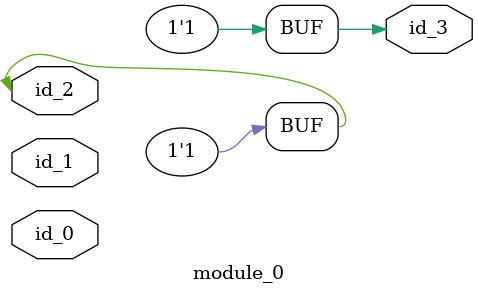
<source format=v>
module module_0 (
    input  id_0,
    input  id_1,
    input  id_2,
    output id_3
);
  assign id_3 = id_2;
  assign id_3 = 1;
endmodule
`define pp_4 0

</source>
